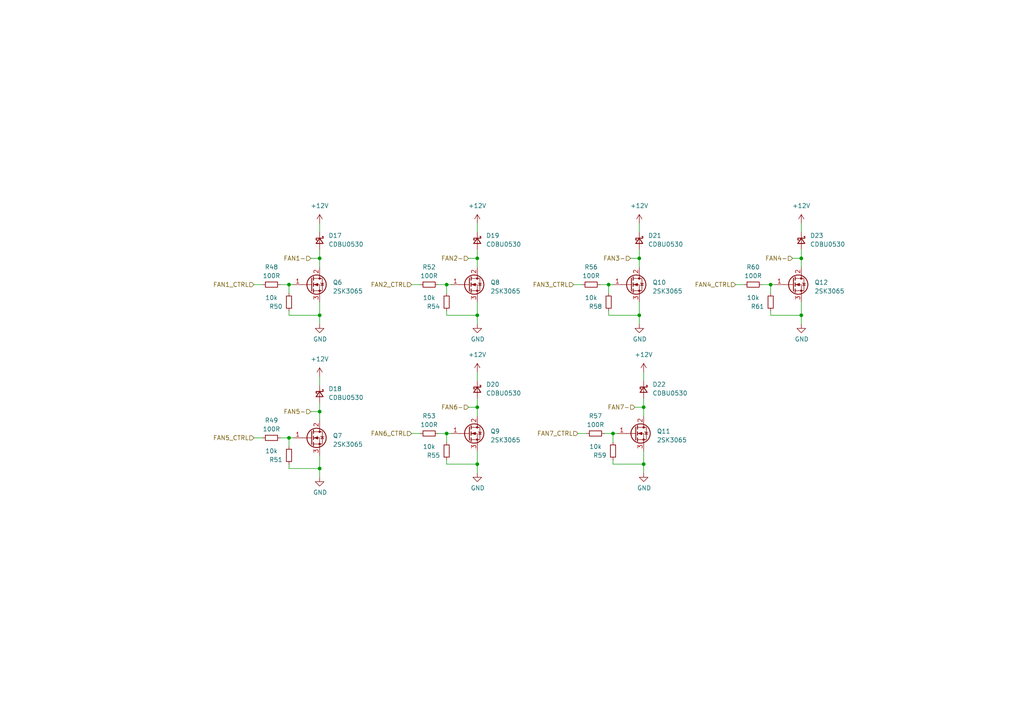
<source format=kicad_sch>
(kicad_sch (version 20231120) (generator "eeschema") (generator_version "8.0")
  (paper "A4")
  (lib_symbols
    (symbol "Device:D_Schottky_Small" (pin_numbers hide) (pin_names (offset 0.254) hide)
      (property "Reference" "D" (at -1.27 2.032 0))
      (property "Value" "D_Schottky_Small" (at -7.112 -2.032 0))
      (symbol "D_Schottky_Small_0_1"
        (polyline (pts (xy -0.762 0) (xy 0.762 0)))
        (polyline (pts (xy 0.762 -1.016) (xy -0.762 0) (xy 0.762 1.016) (xy 0.762 -1.016)) (stroke (width 0.254)))
        (polyline (pts (xy -1.27 0.762) (xy -1.27 1.016) (xy -0.762 1.016) (xy -0.762 -1.016) (xy -0.254 -1.016) (xy -0.254 -0.762)) (stroke (width 0.254)))
      )
      (symbol "D_Schottky_Small_1_1"
        (pin passive line (at -2.54 0 0) (length 1.778) (name "K") (number "1"))
        (pin passive line (at 2.54 0 180) (length 1.778) (name "A") (number "2"))
      )
    )
    (symbol "Device:Q_NMOS_GDS" (pin_names (offset 0) hide)
      (property "Reference" "Q" (at 5.08 1.27 0))
      (property "Value" "Q_NMOS_GDS" (at 5.08 -1.27 0))
      (symbol "Q_NMOS_GDS_0_1"
        (polyline (pts (xy 0.254 0) (xy -2.54 0)))
        (polyline (pts (xy 0.254 1.905) (xy 0.254 -1.905)) (stroke (width 0.254)))
        (polyline (pts (xy 0.762 -1.27) (xy 0.762 -2.286)) (stroke (width 0.254)))
        (polyline (pts (xy 0.762 0.508) (xy 0.762 -0.508)) (stroke (width 0.254)))
        (polyline (pts (xy 0.762 2.286) (xy 0.762 1.27)) (stroke (width 0.254)))
        (polyline (pts (xy 2.54 2.54) (xy 2.54 1.778)))
        (polyline (pts (xy 2.54 -2.54) (xy 2.54 0) (xy 0.762 0)))
        (polyline (pts (xy 0.762 -1.778) (xy 3.302 -1.778) (xy 3.302 1.778) (xy 0.762 1.778)))
        (polyline (pts (xy 1.016 0) (xy 2.032 0.381) (xy 2.032 -0.381) (xy 1.016 0)) (fill (type outline)))
        (polyline (pts (xy 2.794 0.508) (xy 2.921 0.381) (xy 3.683 0.381) (xy 3.81 0.254)))
        (polyline (pts (xy 3.302 0.381) (xy 2.921 -0.254) (xy 3.683 -0.254) (xy 3.302 0.381)))
        (circle (center 1.651 0) (radius 2.794) (stroke (width 0.254)))
        (circle (center 2.54 -1.778) (radius 0.254) (fill (type outline)))
        (circle (center 2.54 1.778) (radius 0.254) (fill (type outline)))
      )
      (symbol "Q_NMOS_GDS_1_1"
        (pin input line (at -5.08 0 0) (length 2.54) (name "G") (number "1"))
        (pin passive line (at 2.54 5.08 270) (length 2.54) (name "D") (number "2"))
        (pin passive line (at 2.54 -5.08 90) (length 2.54) (name "S") (number "3"))
      )
    )
    (symbol "Device:R_Small" (pin_numbers hide) (pin_names (offset 0.254) hide)
      (property "Reference" "R" (at 0.762 0.508 0))
      (property "Value" "R_Small" (at 0.762 -1.016 0))
      (symbol "R_Small_0_1"
        (rectangle (start -0.762 1.778) (end 0.762 -1.778) (stroke (width 0.2032)))
      )
      (symbol "R_Small_1_1"
        (pin passive line (at 0 2.54 270) (length 0.762) (name "~") (number "1"))
        (pin passive line (at 0 -2.54 90) (length 0.762) (name "~") (number "2"))
      )
    )
    (symbol "power:+12V" (power) (pin_names (offset 0))
      (property "Value" "+12V" (at 0 3.556 0))
      (symbol "+12V_0_1"
        (polyline (pts (xy -0.762 1.27) (xy 0 2.54)))
        (polyline (pts (xy 0 0) (xy 0 2.54)))
        (polyline (pts (xy 0 2.54) (xy 0.762 1.27)))
      )
      (symbol "+12V_1_1"
        (pin power_in line (at 0 0 90) (length 0) hide (name "+12V") (number "1"))
      )
    )
    (symbol "power:GND" (power) (pin_names (offset 0))
      (property "Value" "GND" (at 0 -3.81 0))
      (symbol "GND_0_1"
        (polyline (pts (xy 0 0) (xy 0 -1.27) (xy 1.27 -1.27) (xy 0 -2.54) (xy -1.27 -1.27) (xy 0 -1.27)))
      )
      (symbol "GND_1_1"
        (pin power_in line (at 0 0 270) (length 0) hide (name "GND") (number "1"))
      )
    )
  )
  (junction (at 92.71 135.89))
  (junction (at 232.41 91.44))
  (junction (at 83.82 127))
  (junction (at 186.69 134.62))
  (junction (at 185.42 74.93))
  (junction (at 138.43 91.44))
  (junction (at 138.43 118.11))
  (junction (at 83.82 82.55))
  (junction (at 185.42 91.44))
  (junction (at 223.52 82.55))
  (junction (at 92.71 119.38))
  (junction (at 92.71 74.93))
  (junction (at 92.71 91.44))
  (junction (at 186.69 118.11))
  (junction (at 176.53 82.55))
  (junction (at 138.43 74.93))
  (junction (at 138.43 134.62))
  (junction (at 129.54 82.55))
  (junction (at 129.54 125.73))
  (junction (at 177.8 125.73))
  (junction (at 232.41 74.93))
  (wire (pts (xy 129.54 90.17) (xy 129.54 91.44)))
  (wire (pts (xy 177.8 133.35) (xy 177.8 134.62)))
  (wire (pts (xy 223.52 82.55) (xy 224.79 82.55)))
  (wire (pts (xy 83.82 135.89) (xy 92.71 135.89)))
  (wire (pts (xy 177.8 134.62) (xy 186.69 134.62)))
  (wire (pts (xy 232.41 93.98) (xy 232.41 91.44)))
  (wire (pts (xy 177.8 125.73) (xy 179.07 125.73)))
  (wire (pts (xy 119.38 82.55) (xy 121.92 82.55)))
  (wire (pts (xy 129.54 82.55) (xy 130.81 82.55)))
  (wire (pts (xy 138.43 74.93) (xy 138.43 77.47)))
  (wire (pts (xy 232.41 74.93) (xy 232.41 77.47)))
  (wire (pts (xy 129.54 125.73) (xy 129.54 128.27)))
  (wire (pts (xy 184.15 118.11) (xy 186.69 118.11)))
  (wire (pts (xy 186.69 137.16) (xy 186.69 134.62)))
  (wire (pts (xy 138.43 115.57) (xy 138.43 118.11)))
  (wire (pts (xy 83.82 127) (xy 83.82 129.54)))
  (wire (pts (xy 186.69 115.57) (xy 186.69 118.11)))
  (wire (pts (xy 127 82.55) (xy 129.54 82.55)))
  (wire (pts (xy 138.43 64.77) (xy 138.43 67.31)))
  (wire (pts (xy 223.52 90.17) (xy 223.52 91.44)))
  (wire (pts (xy 92.71 116.84) (xy 92.71 119.38)))
  (wire (pts (xy 186.69 107.95) (xy 186.69 110.49)))
  (wire (pts (xy 92.71 64.77) (xy 92.71 67.31)))
  (wire (pts (xy 81.28 127) (xy 83.82 127)))
  (wire (pts (xy 90.17 119.38) (xy 92.71 119.38)))
  (wire (pts (xy 176.53 90.17) (xy 176.53 91.44)))
  (wire (pts (xy 92.71 74.93) (xy 92.71 77.47)))
  (wire (pts (xy 138.43 118.11) (xy 138.43 120.65)))
  (wire (pts (xy 83.82 82.55) (xy 83.82 85.09)))
  (wire (pts (xy 129.54 82.55) (xy 129.54 85.09)))
  (wire (pts (xy 176.53 82.55) (xy 177.8 82.55)))
  (wire (pts (xy 135.89 118.11) (xy 138.43 118.11)))
  (wire (pts (xy 138.43 107.95) (xy 138.43 110.49)))
  (wire (pts (xy 186.69 118.11) (xy 186.69 120.65)))
  (wire (pts (xy 185.42 74.93) (xy 185.42 77.47)))
  (wire (pts (xy 175.26 125.73) (xy 177.8 125.73)))
  (wire (pts (xy 135.89 74.93) (xy 138.43 74.93)))
  (wire (pts (xy 176.53 91.44) (xy 185.42 91.44)))
  (wire (pts (xy 83.82 127) (xy 85.09 127)))
  (wire (pts (xy 167.64 125.73) (xy 170.18 125.73)))
  (wire (pts (xy 83.82 134.62) (xy 83.82 135.89)))
  (wire (pts (xy 186.69 130.81) (xy 186.69 134.62)))
  (wire (pts (xy 138.43 87.63) (xy 138.43 91.44)))
  (wire (pts (xy 92.71 119.38) (xy 92.71 121.92)))
  (wire (pts (xy 232.41 64.77) (xy 232.41 67.31)))
  (wire (pts (xy 129.54 125.73) (xy 130.81 125.73)))
  (wire (pts (xy 166.37 82.55) (xy 168.91 82.55)))
  (wire (pts (xy 185.42 72.39) (xy 185.42 74.93)))
  (wire (pts (xy 182.88 74.93) (xy 185.42 74.93)))
  (wire (pts (xy 138.43 72.39) (xy 138.43 74.93)))
  (wire (pts (xy 92.71 109.22) (xy 92.71 111.76)))
  (wire (pts (xy 83.82 82.55) (xy 85.09 82.55)))
  (wire (pts (xy 176.53 82.55) (xy 176.53 85.09)))
  (wire (pts (xy 229.87 74.93) (xy 232.41 74.93)))
  (wire (pts (xy 73.66 82.55) (xy 76.2 82.55)))
  (wire (pts (xy 177.8 125.73) (xy 177.8 128.27)))
  (wire (pts (xy 223.52 82.55) (xy 223.52 85.09)))
  (wire (pts (xy 90.17 74.93) (xy 92.71 74.93)))
  (wire (pts (xy 81.28 82.55) (xy 83.82 82.55)))
  (wire (pts (xy 220.98 82.55) (xy 223.52 82.55)))
  (wire (pts (xy 232.41 87.63) (xy 232.41 91.44)))
  (wire (pts (xy 232.41 72.39) (xy 232.41 74.93)))
  (wire (pts (xy 223.52 91.44) (xy 232.41 91.44)))
  (wire (pts (xy 83.82 91.44) (xy 92.71 91.44)))
  (wire (pts (xy 83.82 90.17) (xy 83.82 91.44)))
  (wire (pts (xy 138.43 93.98) (xy 138.43 91.44)))
  (wire (pts (xy 127 125.73) (xy 129.54 125.73)))
  (wire (pts (xy 92.71 138.43) (xy 92.71 135.89)))
  (wire (pts (xy 92.71 87.63) (xy 92.71 91.44)))
  (wire (pts (xy 185.42 87.63) (xy 185.42 91.44)))
  (wire (pts (xy 138.43 137.16) (xy 138.43 134.62)))
  (wire (pts (xy 92.71 72.39) (xy 92.71 74.93)))
  (wire (pts (xy 92.71 132.08) (xy 92.71 135.89)))
  (wire (pts (xy 119.38 125.73) (xy 121.92 125.73)))
  (wire (pts (xy 185.42 64.77) (xy 185.42 67.31)))
  (wire (pts (xy 138.43 130.81) (xy 138.43 134.62)))
  (wire (pts (xy 213.36 82.55) (xy 215.9 82.55)))
  (wire (pts (xy 73.66 127) (xy 76.2 127)))
  (wire (pts (xy 129.54 91.44) (xy 138.43 91.44)))
  (wire (pts (xy 92.71 93.98) (xy 92.71 91.44)))
  (wire (pts (xy 129.54 133.35) (xy 129.54 134.62)))
  (wire (pts (xy 129.54 134.62) (xy 138.43 134.62)))
  (wire (pts (xy 173.99 82.55) (xy 176.53 82.55)))
  (wire (pts (xy 185.42 93.98) (xy 185.42 91.44)))
  (hierarchical_label "FAN7-" (shape input) (at 184.15 118.11 180))
  (hierarchical_label "FAN3-" (shape input) (at 182.88 74.93 180))
  (hierarchical_label "FAN5_CTRL" (shape input) (at 73.66 127 180))
  (hierarchical_label "FAN5-" (shape input) (at 90.17 119.38 180))
  (hierarchical_label "FAN1_CTRL" (shape input) (at 73.66 82.55 180))
  (hierarchical_label "FAN7_CTRL" (shape input) (at 167.64 125.73 180))
  (hierarchical_label "FAN3_CTRL" (shape input) (at 166.37 82.55 180))
  (hierarchical_label "FAN6_CTRL" (shape input) (at 119.38 125.73 180))
  (hierarchical_label "FAN4_CTRL" (shape input) (at 213.36 82.55 180))
  (hierarchical_label "FAN1-" (shape input) (at 90.17 74.93 180))
  (hierarchical_label "FAN6-" (shape input) (at 135.89 118.11 180))
  (hierarchical_label "FAN2-" (shape input) (at 135.89 74.93 180))
  (hierarchical_label "FAN4-" (shape input) (at 229.87 74.93 180))
  (hierarchical_label "FAN2_CTRL" (shape input) (at 119.38 82.55 180))
  (symbol (lib_id "Device:Q_NMOS_GDS") (at 229.87 82.55 0) (unit 1)
    (property "Reference" "Q12" (at 236.22 81.915 0) (effects (justify left)))
    (property "Value" "2SK3065" (at 236.22 84.455 0) (effects (justify left)))
    (property "Footprint" "Package_TO_SOT_SMD:SOT-89-3" (effects (hide yes)))
    (property "Manufacturer_Part_Number" "2SK3065T100" (effects (hide yes)))
    (property "Mouser Part Number" "755-2SK3065T100" (effects (hide yes)))
    (property "Mouser Price/Stock" "https://www.mouser.pl/ProductDetail/ROHM-Semiconductor/2SK3065T100?qs=4kLU8WoGk0uDb4MT5MWZbg%3D%3D" (effects (hide yes)))
  )
  (symbol (lib_id "Device:Q_NMOS_GDS") (at 135.89 82.55 0) (unit 1)
    (property "Reference" "Q8" (at 142.24 81.915 0) (effects (justify left)))
    (property "Value" "2SK3065" (at 142.24 84.455 0) (effects (justify left)))
    (property "Footprint" "Package_TO_SOT_SMD:SOT-89-3" (effects (hide yes)))
    (property "Manufacturer_Part_Number" "2SK3065T100" (effects (hide yes)))
    (property "Mouser Part Number" "755-2SK3065T100" (effects (hide yes)))
    (property "Mouser Price/Stock" "https://www.mouser.pl/ProductDetail/ROHM-Semiconductor/2SK3065T100?qs=4kLU8WoGk0uDb4MT5MWZbg%3D%3D" (effects (hide yes)))
  )
  (symbol (lib_id "power:GND") (at 232.41 93.98 0) (unit 1)
    (property "Reference" "#PWR0115" (effects (hide yes)))
    (property "Value" "GND" (at 232.537 98.3742 0))
  )
  (symbol (lib_id "Device:R_Small") (at 129.54 87.63 0) (unit 1)
    (property "Reference" "R54" (at 125.73 88.9 0))
    (property "Value" "10k" (at 124.46 86.36 0))
    (property "Footprint" "Resistor_SMD:R_0603_1608Metric" (effects (hide yes)))
    (property "Manufacturer_Name" "--" (effects (hide yes)))
    (property "Manufacturer_Part_Number" "--" (effects (hide yes)))
  )
  (symbol (lib_id "Device:R_Small") (at 171.45 82.55 270) (unit 1)
    (property "Reference" "R56" (at 171.45 77.47 90))
    (property "Value" "100R" (at 171.45 80.01 90))
    (property "Footprint" "Resistor_SMD:R_0603_1608Metric" (effects (hide yes)))
    (property "Manufacturer_Name" "--" (effects (hide yes)))
    (property "Manufacturer_Part_Number" "--" (effects (hide yes)))
  )
  (symbol (lib_id "Device:D_Schottky_Small") (at 186.69 113.03 270) (unit 1)
    (property "Reference" "D22" (at 189.23 111.5059 90) (effects (justify left)))
    (property "Value" "CDBU0530" (at 189.23 114.0459 90) (effects (justify left)))
    (property "Footprint" "Diode_SMD:D_0603_1608Metric" (effects (hide yes)))
    (property "Manufacturer_Part_Number" "CDBU0530" (effects (hide yes)))
    (property "Mouser Part Number" "750-CDBU0530" (effects (hide yes)))
    (property "Mouser Price/Stock" "https://www.mouser.pl/ProductDetail/Comchip-Technology/CDBU0530?qs=tw%252BuQ%2FB6PO1p1lVxjOIVLQ%3D%3D" (effects (hide yes)))
  )
  (symbol (lib_id "power:+12V") (at 232.41 64.77 0) (unit 1)
    (property "Reference" "#PWR0114" (effects (hide yes)))
    (property "Value" "+12V" (at 232.41 59.69 0))
  )
  (symbol (lib_id "Device:D_Schottky_Small") (at 92.71 114.3 270) (unit 1)
    (property "Reference" "D18" (at 95.25 112.7759 90) (effects (justify left)))
    (property "Value" "CDBU0530" (at 95.25 115.3159 90) (effects (justify left)))
    (property "Footprint" "Diode_SMD:D_0603_1608Metric" (effects (hide yes)))
    (property "Manufacturer_Part_Number" "CDBU0530" (effects (hide yes)))
    (property "Mouser Part Number" "750-CDBU0530" (effects (hide yes)))
    (property "Mouser Price/Stock" "https://www.mouser.pl/ProductDetail/Comchip-Technology/CDBU0530?qs=tw%252BuQ%2FB6PO1p1lVxjOIVLQ%3D%3D" (effects (hide yes)))
  )
  (symbol (lib_id "Device:R_Small") (at 223.52 87.63 0) (unit 1)
    (property "Reference" "R61" (at 219.71 88.9 0))
    (property "Value" "10k" (at 218.44 86.36 0))
    (property "Footprint" "Resistor_SMD:R_0603_1608Metric" (effects (hide yes)))
    (property "Manufacturer_Name" "--" (effects (hide yes)))
    (property "Manufacturer_Part_Number" "--" (effects (hide yes)))
  )
  (symbol (lib_id "Device:D_Schottky_Small") (at 138.43 69.85 270) (unit 1)
    (property "Reference" "D19" (at 140.97 68.3259 90) (effects (justify left)))
    (property "Value" "CDBU0530" (at 140.97 70.8659 90) (effects (justify left)))
    (property "Footprint" "Diode_SMD:D_0603_1608Metric" (effects (hide yes)))
    (property "Manufacturer_Part_Number" "CDBU0530" (effects (hide yes)))
    (property "Mouser Part Number" "750-CDBU0530" (effects (hide yes)))
    (property "Mouser Price/Stock" "https://www.mouser.pl/ProductDetail/Comchip-Technology/CDBU0530?qs=tw%252BuQ%2FB6PO1p1lVxjOIVLQ%3D%3D" (effects (hide yes)))
  )
  (symbol (lib_id "Device:R_Small") (at 176.53 87.63 0) (unit 1)
    (property "Reference" "R58" (at 172.72 88.9 0))
    (property "Value" "10k" (at 171.45 86.36 0))
    (property "Footprint" "Resistor_SMD:R_0603_1608Metric" (effects (hide yes)))
    (property "Manufacturer_Name" "--" (effects (hide yes)))
    (property "Manufacturer_Part_Number" "--" (effects (hide yes)))
  )
  (symbol (lib_id "power:GND") (at 138.43 137.16 0) (unit 1)
    (property "Reference" "#PWR0109" (effects (hide yes)))
    (property "Value" "GND" (at 138.557 141.5542 0))
  )
  (symbol (lib_id "Device:R_Small") (at 177.8 130.81 0) (unit 1)
    (property "Reference" "R59" (at 173.99 132.08 0))
    (property "Value" "10k" (at 172.72 129.54 0))
    (property "Footprint" "Resistor_SMD:R_0603_1608Metric" (effects (hide yes)))
    (property "Manufacturer_Name" "--" (effects (hide yes)))
    (property "Manufacturer_Part_Number" "--" (effects (hide yes)))
  )
  (symbol (lib_id "power:GND") (at 138.43 93.98 0) (unit 1)
    (property "Reference" "#PWR0107" (effects (hide yes)))
    (property "Value" "GND" (at 138.557 98.3742 0))
  )
  (symbol (lib_id "Device:R_Small") (at 124.46 125.73 270) (unit 1)
    (property "Reference" "R53" (at 124.46 120.65 90))
    (property "Value" "100R" (at 124.46 123.19 90))
    (property "Footprint" "Resistor_SMD:R_0603_1608Metric" (effects (hide yes)))
    (property "Manufacturer_Name" "--" (effects (hide yes)))
    (property "Manufacturer_Part_Number" "--" (effects (hide yes)))
  )
  (symbol (lib_id "Device:R_Small") (at 218.44 82.55 270) (unit 1)
    (property "Reference" "R60" (at 218.44 77.47 90))
    (property "Value" "100R" (at 218.44 80.01 90))
    (property "Footprint" "Resistor_SMD:R_0603_1608Metric" (effects (hide yes)))
    (property "Manufacturer_Name" "--" (effects (hide yes)))
    (property "Manufacturer_Part_Number" "--" (effects (hide yes)))
  )
  (symbol (lib_id "Device:R_Small") (at 83.82 132.08 0) (unit 1)
    (property "Reference" "R51" (at 80.01 133.35 0))
    (property "Value" "10k" (at 78.74 130.81 0))
    (property "Footprint" "Resistor_SMD:R_0603_1608Metric" (effects (hide yes)))
    (property "Manufacturer_Name" "--" (effects (hide yes)))
    (property "Manufacturer_Part_Number" "--" (effects (hide yes)))
  )
  (symbol (lib_id "Device:R_Small") (at 124.46 82.55 270) (unit 1)
    (property "Reference" "R52" (at 124.46 77.47 90))
    (property "Value" "100R" (at 124.46 80.01 90))
    (property "Footprint" "Resistor_SMD:R_0603_1608Metric" (effects (hide yes)))
    (property "Manufacturer_Name" "--" (effects (hide yes)))
    (property "Manufacturer_Part_Number" "--" (effects (hide yes)))
  )
  (symbol (lib_id "Device:D_Schottky_Small") (at 232.41 69.85 270) (unit 1)
    (property "Reference" "D23" (at 234.95 68.3259 90) (effects (justify left)))
    (property "Value" "CDBU0530" (at 234.95 70.8659 90) (effects (justify left)))
    (property "Footprint" "Diode_SMD:D_0603_1608Metric" (effects (hide yes)))
    (property "Manufacturer_Part_Number" "CDBU0530" (effects (hide yes)))
    (property "Mouser Part Number" "750-CDBU0530" (effects (hide yes)))
    (property "Mouser Price/Stock" "https://www.mouser.pl/ProductDetail/Comchip-Technology/CDBU0530?qs=tw%252BuQ%2FB6PO1p1lVxjOIVLQ%3D%3D" (effects (hide yes)))
  )
  (symbol (lib_id "power:GND") (at 92.71 93.98 0) (unit 1)
    (property "Reference" "#PWR0103" (effects (hide yes)))
    (property "Value" "GND" (at 92.837 98.3742 0))
  )
  (symbol (lib_id "power:+12V") (at 186.69 107.95 0) (unit 1)
    (property "Reference" "#PWR0112" (effects (hide yes)))
    (property "Value" "+12V" (at 186.69 102.87 0))
  )
  (symbol (lib_id "Device:R_Small") (at 129.54 130.81 0) (unit 1)
    (property "Reference" "R55" (at 125.73 132.08 0))
    (property "Value" "10k" (at 124.46 129.54 0))
    (property "Footprint" "Resistor_SMD:R_0603_1608Metric" (effects (hide yes)))
    (property "Manufacturer_Name" "--" (effects (hide yes)))
    (property "Manufacturer_Part_Number" "--" (effects (hide yes)))
  )
  (symbol (lib_id "Device:Q_NMOS_GDS") (at 182.88 82.55 0) (unit 1)
    (property "Reference" "Q10" (at 189.23 81.915 0) (effects (justify left)))
    (property "Value" "2SK3065" (at 189.23 84.455 0) (effects (justify left)))
    (property "Footprint" "Package_TO_SOT_SMD:SOT-89-3" (effects (hide yes)))
    (property "Manufacturer_Part_Number" "2SK3065T100" (effects (hide yes)))
    (property "Mouser Part Number" "755-2SK3065T100" (effects (hide yes)))
    (property "Mouser Price/Stock" "https://www.mouser.pl/ProductDetail/ROHM-Semiconductor/2SK3065T100?qs=4kLU8WoGk0uDb4MT5MWZbg%3D%3D" (effects (hide yes)))
  )
  (symbol (lib_id "power:+12V") (at 92.71 64.77 0) (unit 1)
    (property "Reference" "#PWR0102" (effects (hide yes)))
    (property "Value" "+12V" (at 92.71 59.69 0))
  )
  (symbol (lib_id "power:GND") (at 186.69 137.16 0) (unit 1)
    (property "Reference" "#PWR0113" (effects (hide yes)))
    (property "Value" "GND" (at 186.817 141.5542 0))
  )
  (symbol (lib_id "Device:R_Small") (at 78.74 127 270) (unit 1)
    (property "Reference" "R49" (at 78.74 121.92 90))
    (property "Value" "100R" (at 78.74 124.46 90))
    (property "Footprint" "Resistor_SMD:R_0603_1608Metric" (effects (hide yes)))
    (property "Manufacturer_Name" "--" (effects (hide yes)))
    (property "Manufacturer_Part_Number" "--" (effects (hide yes)))
  )
  (symbol (lib_id "power:+12V") (at 138.43 107.95 0) (unit 1)
    (property "Reference" "#PWR0108" (effects (hide yes)))
    (property "Value" "+12V" (at 138.43 102.87 0))
  )
  (symbol (lib_id "Device:D_Schottky_Small") (at 138.43 113.03 270) (unit 1)
    (property "Reference" "D20" (at 140.97 111.5059 90) (effects (justify left)))
    (property "Value" "CDBU0530" (at 140.97 114.0459 90) (effects (justify left)))
    (property "Footprint" "Diode_SMD:D_0603_1608Metric" (effects (hide yes)))
    (property "Manufacturer_Part_Number" "CDBU0530" (effects (hide yes)))
    (property "Mouser Part Number" "750-CDBU0530" (effects (hide yes)))
    (property "Mouser Price/Stock" "https://www.mouser.pl/ProductDetail/Comchip-Technology/CDBU0530?qs=tw%252BuQ%2FB6PO1p1lVxjOIVLQ%3D%3D" (effects (hide yes)))
  )
  (symbol (lib_id "Device:Q_NMOS_GDS") (at 90.17 127 0) (unit 1)
    (property "Reference" "Q7" (at 96.52 126.365 0) (effects (justify left)))
    (property "Value" "2SK3065" (at 96.52 128.905 0) (effects (justify left)))
    (property "Footprint" "Package_TO_SOT_SMD:SOT-89-3" (effects (hide yes)))
    (property "Manufacturer_Part_Number" "2SK3065T100" (effects (hide yes)))
    (property "Mouser Part Number" "755-2SK3065T100" (effects (hide yes)))
    (property "Mouser Price/Stock" "https://www.mouser.pl/ProductDetail/ROHM-Semiconductor/2SK3065T100?qs=4kLU8WoGk0uDb4MT5MWZbg%3D%3D" (effects (hide yes)))
  )
  (symbol (lib_id "power:GND") (at 185.42 93.98 0) (unit 1)
    (property "Reference" "#PWR0111" (effects (hide yes)))
    (property "Value" "GND" (at 185.547 98.3742 0))
  )
  (symbol (lib_id "Device:D_Schottky_Small") (at 185.42 69.85 270) (unit 1)
    (property "Reference" "D21" (at 187.96 68.3259 90) (effects (justify left)))
    (property "Value" "CDBU0530" (at 187.96 70.8659 90) (effects (justify left)))
    (property "Footprint" "Diode_SMD:D_0603_1608Metric" (effects (hide yes)))
    (property "Manufacturer_Part_Number" "CDBU0530" (effects (hide yes)))
    (property "Mouser Part Number" "750-CDBU0530" (effects (hide yes)))
    (property "Mouser Price/Stock" "https://www.mouser.pl/ProductDetail/Comchip-Technology/CDBU0530?qs=tw%252BuQ%2FB6PO1p1lVxjOIVLQ%3D%3D" (effects (hide yes)))
  )
  (symbol (lib_id "power:+12V") (at 92.71 109.22 0) (unit 1)
    (property "Reference" "#PWR0104" (effects (hide yes)))
    (property "Value" "+12V" (at 92.71 104.14 0))
  )
  (symbol (lib_id "power:+12V") (at 185.42 64.77 0) (unit 1)
    (property "Reference" "#PWR0110" (effects (hide yes)))
    (property "Value" "+12V" (at 185.42 59.69 0))
  )
  (symbol (lib_id "power:+12V") (at 138.43 64.77 0) (unit 1)
    (property "Reference" "#PWR0106" (effects (hide yes)))
    (property "Value" "+12V" (at 138.43 59.69 0))
  )
  (symbol (lib_id "power:GND") (at 92.71 138.43 0) (unit 1)
    (property "Reference" "#PWR0105" (effects (hide yes)))
    (property "Value" "GND" (at 92.837 142.8242 0))
  )
  (symbol (lib_id "Device:D_Schottky_Small") (at 92.71 69.85 270) (unit 1)
    (property "Reference" "D17" (at 95.25 68.3259 90) (effects (justify left)))
    (property "Value" "CDBU0530" (at 95.25 70.8659 90) (effects (justify left)))
    (property "Footprint" "Diode_SMD:D_0603_1608Metric" (effects (hide yes)))
    (property "Manufacturer_Part_Number" "CDBU0530" (effects (hide yes)))
    (property "Mouser Part Number" "750-CDBU0530" (effects (hide yes)))
    (property "Mouser Price/Stock" "https://www.mouser.pl/ProductDetail/Comchip-Technology/CDBU0530?qs=tw%252BuQ%2FB6PO1p1lVxjOIVLQ%3D%3D" (effects (hide yes)))
  )
  (symbol (lib_id "Device:Q_NMOS_GDS") (at 135.89 125.73 0) (unit 1)
    (property "Reference" "Q9" (at 142.24 125.095 0) (effects (justify left)))
    (property "Value" "2SK3065" (at 142.24 127.635 0) (effects (justify left)))
    (property "Footprint" "Package_TO_SOT_SMD:SOT-89-3" (effects (hide yes)))
    (property "Manufacturer_Part_Number" "2SK3065T100" (effects (hide yes)))
    (property "Mouser Part Number" "755-2SK3065T100" (effects (hide yes)))
    (property "Mouser Price/Stock" "https://www.mouser.pl/ProductDetail/ROHM-Semiconductor/2SK3065T100?qs=4kLU8WoGk0uDb4MT5MWZbg%3D%3D" (effects (hide yes)))
  )
  (symbol (lib_id "Device:R_Small") (at 78.74 82.55 270) (unit 1)
    (property "Reference" "R48" (at 78.74 77.47 90))
    (property "Value" "100R" (at 78.74 80.01 90))
    (property "Footprint" "Resistor_SMD:R_0603_1608Metric" (effects (hide yes)))
    (property "Manufacturer_Name" "--" (effects (hide yes)))
    (property "Manufacturer_Part_Number" "--" (effects (hide yes)))
  )
  (symbol (lib_id "Device:Q_NMOS_GDS") (at 90.17 82.55 0) (unit 1)
    (property "Reference" "Q6" (at 96.52 81.915 0) (effects (justify left)))
    (property "Value" "2SK3065" (at 96.52 84.455 0) (effects (justify left)))
    (property "Footprint" "Package_TO_SOT_SMD:SOT-89-3" (effects (hide yes)))
    (property "Manufacturer_Part_Number" "2SK3065T100" (effects (hide yes)))
    (property "Mouser Part Number" "755-2SK3065T100" (effects (hide yes)))
    (property "Mouser Price/Stock" "https://www.mouser.pl/ProductDetail/ROHM-Semiconductor/2SK3065T100?qs=4kLU8WoGk0uDb4MT5MWZbg%3D%3D" (effects (hide yes)))
  )
  (symbol (lib_id "Device:Q_NMOS_GDS") (at 184.15 125.73 0) (unit 1)
    (property "Reference" "Q11" (at 190.5 125.095 0) (effects (justify left)))
    (property "Value" "2SK3065" (at 190.5 127.635 0) (effects (justify left)))
    (property "Footprint" "Package_TO_SOT_SMD:SOT-89-3" (effects (hide yes)))
    (property "Manufacturer_Part_Number" "2SK3065T100" (effects (hide yes)))
    (property "Mouser Part Number" "755-2SK3065T100" (effects (hide yes)))
    (property "Mouser Price/Stock" "https://www.mouser.pl/ProductDetail/ROHM-Semiconductor/2SK3065T100?qs=4kLU8WoGk0uDb4MT5MWZbg%3D%3D" (effects (hide yes)))
  )
  (symbol (lib_id "Device:R_Small") (at 172.72 125.73 270) (unit 1)
    (property "Reference" "R57" (at 172.72 120.65 90))
    (property "Value" "100R" (at 172.72 123.19 90))
    (property "Footprint" "Resistor_SMD:R_0603_1608Metric" (effects (hide yes)))
    (property "Manufacturer_Name" "--" (effects (hide yes)))
    (property "Manufacturer_Part_Number" "--" (effects (hide yes)))
  )
  (symbol (lib_id "Device:R_Small") (at 83.82 87.63 0) (unit 1)
    (property "Reference" "R50" (at 80.01 88.9 0))
    (property "Value" "10k" (at 78.74 86.36 0))
    (property "Footprint" "Resistor_SMD:R_0603_1608Metric" (effects (hide yes)))
    (property "Manufacturer_Name" "--" (effects (hide yes)))
    (property "Manufacturer_Part_Number" "--" (effects (hide yes)))
  )
)
</source>
